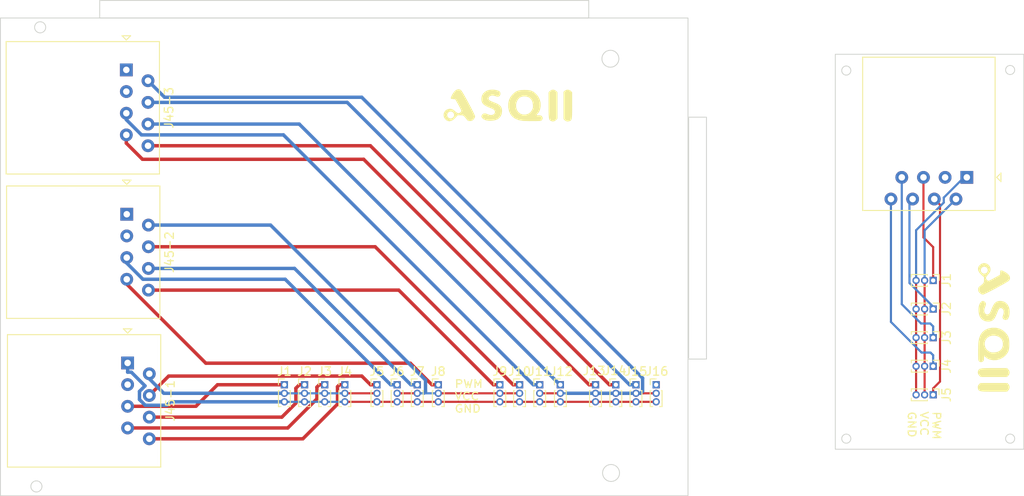
<source format=kicad_pcb>
(kicad_pcb (version 20240108) (generator "pcbnew") (generator_version "8.0")
  (layers (0 "F.Cu" signal) (31 "B.Cu" signal) (34 "B.Paste" user) (35 "F.Paste" user) (36 "B.SilkS" user "B.Silkscreen") (37 "F.SilkS" user "F.Silkscreen") (38 "B.Mask" user) (39 "F.Mask" user) (44 "Edge.Cuts" user))
  (net 0 "")
  (net 1 "Net-(J1-PWM)")
  (net 2 "Net-(J1-V+)")
  (net 3 "GND")
  (net 4 "Net-(J2-PWM)")
  (net 5 "Net-(J3-PWM)")
  (net 6 "Net-(J4-PWM)")
  (net 7 "Net-(J5-PWM)")
  (net 9 "Net-(J6-PWM)")
  (net 10 "Net-(J7-PWM)")
  (net 11 "Net-(J8-PWM)")
  (net 12 "Net-(J9-PWM)")
  (net 13 "Net-(J10-PWM)")
  (net 14 "Net-(J12-PWM)")
  (net 15 "Net-(J10-V+)")
  (net 16 "Net-(J11-V+)")
  (net 17 "Net-(J11-PWM)")
  (net 18 "Net-(J13-PWM)")
  (net 19 "Net-(J14-PWM)")
  (net 20 "Net-(J15-PWM)")
  (footprint "Connector_PinHeader_1.00mm:PinHeader_1x03_P1.00mm_Vertical" (layer "F.Cu") (at 158.49355 111.03105)
    (property "Reference" "J11" (at 0 -1.56 0) (layer "F.SilkS"))
    (property "Value" "Conn_01x03")
    (pad "1" thru_hole rect (at 0 0) (size 0.85 0.85) (drill 0.5) (layers "*.Cu" "*.Mask") (net 17 "Net-(J11-PWM)"))
    (pad "2" thru_hole oval (at 0 1) (size 0.85 0.85) (drill 0.5) (layers "*.Cu" "*.Mask") (net 16 "Net-(J11-V+)"))
    (pad "3" thru_hole oval (at 0 2) (size 0.85 0.85) (drill 0.5) (layers "*.Cu" "*.Mask") (net 3 "GND"))
  )
  (footprint "Connector_PinHeader_1.00mm:PinHeader_1x03_P1.00mm_Vertical" (layer "F.Cu") (at 204.5936 112.2088 -90)
    (property "Reference" "J5" (at 0 -1.56 90) (layer "F.SilkS"))
    (property "Value" "Conn_01x03" (hide yes))
    (pad "1" thru_hole rect (at 0 0 270) (size 0.85 0.85) (drill 0.5) (layers "*.Cu" "*.Mask") (net 7 "Net-(J5-PWM)"))
    (pad "2" thru_hole oval (at 0 1 270) (size 0.85 0.85) (drill 0.5) (layers "*.Cu" "*.Mask") (net 2 "Net-(J1-V+)"))
    (pad "3" thru_hole oval (at 0 2 270) (size 0.85 0.85) (drill 0.5) (layers "*.Cu" "*.Mask") (net 3 "GND"))
  )
  (footprint "Connector_PinHeader_1.00mm:PinHeader_1x03_P1.00mm_Vertical" (layer "F.Cu") (at 204.5936 108.8588 -90)
    (property "Reference" "J4" (at 0 -1.56 90) (layer "F.SilkS"))
    (property "Value" "Conn_01x03" (hide yes))
    (pad "1" thru_hole rect (at 0 0 270) (size 0.85 0.85) (drill 0.5) (layers "*.Cu" "*.Mask") (net 6 "Net-(J4-PWM)"))
    (pad "2" thru_hole oval (at 0 1 270) (size 0.85 0.85) (drill 0.5) (layers "*.Cu" "*.Mask") (net 2 "Net-(J1-V+)"))
    (pad "3" thru_hole oval (at 0 2 270) (size 0.85 0.85) (drill 0.5) (layers "*.Cu" "*.Mask") (net 3 "GND"))
  )
  (footprint "Connector_PinHeader_1.00mm:PinHeader_1x03_P1.00mm_Vertical" (layer "F.Cu") (at 141.78035 111.03105)
    (property "Reference" "J6" (at 0 -1.56 0) (layer "F.SilkS"))
    (property "Value" "Conn_01x03")
    (pad "1" thru_hole rect (at 0 0) (size 0.85 0.85) (drill 0.5) (layers "*.Cu" "*.Mask") (net 9 "Net-(J6-PWM)"))
    (pad "2" thru_hole oval (at 0 1) (size 0.85 0.85) (drill 0.5) (layers "*.Cu" "*.Mask") (net 15 "Net-(J10-V+)"))
    (pad "3" thru_hole oval (at 0 2) (size 0.85 0.85) (drill 0.5) (layers "*.Cu" "*.Mask") (net 3 "GND"))
  )
  (footprint "Connector_PinHeader_1.00mm:PinHeader_1x03_P1.00mm_Vertical" (layer "F.Cu") (at 135.65895 111.03105)
    (property "Reference" "J4" (at 0 -1.56 0) (layer "F.SilkS"))
    (property "Value" "Conn_01x03")
    (pad "1" thru_hole rect (at 0 0) (size 0.85 0.85) (drill 0.5) (layers "*.Cu" "*.Mask") (net 6 "Net-(J4-PWM)"))
    (pad "2" thru_hole oval (at 0 1) (size 0.85 0.85) (drill 0.5) (layers "*.Cu" "*.Mask") (net 2 "Net-(J1-V+)"))
    (pad "3" thru_hole oval (at 0 2) (size 0.85 0.85) (drill 0.5) (layers "*.Cu" "*.Mask") (net 3 "GND"))
  )
  (footprint "Connector_PinHeader_1.00mm:PinHeader_1x03_P1.00mm_Vertical" (layer "F.Cu") (at 144.14255 111.03105)
    (property "Reference" "J7" (at 0 -1.56 0) (layer "F.SilkS"))
    (property "Value" "Conn_01x03")
    (pad "1" thru_hole rect (at 0 0) (size 0.85 0.85) (drill 0.5) (layers "*.Cu" "*.Mask") (net 10 "Net-(J7-PWM)"))
    (pad "2" thru_hole oval (at 0 1) (size 0.85 0.85) (drill 0.5) (layers "*.Cu" "*.Mask") (net 15 "Net-(J10-V+)"))
    (pad "3" thru_hole oval (at 0 2) (size 0.85 0.85) (drill 0.5) (layers "*.Cu" "*.Mask") (net 3 "GND"))
  )
  (footprint "logos:asqii.logo" (layer "F.Cu") (at 154.94 78.3844)
    (property "Reference" "G***" (hide yes))
    (property "Value" "LOGO" (hide yes))
  )
  (footprint "Connector_PinHeader_1.00mm:PinHeader_1x03_P1.00mm_Vertical" (layer "F.Cu") (at 156.13135 111.03105)
    (property "Reference" "J10" (at 0 -1.56 0) (layer "F.SilkS"))
    (property "Value" "Conn_01x03")
    (pad "1" thru_hole rect (at 0 0) (size 0.85 0.85) (drill 0.5) (layers "*.Cu" "*.Mask") (net 13 "Net-(J10-PWM)"))
    (pad "2" thru_hole oval (at 0 1) (size 0.85 0.85) (drill 0.5) (layers "*.Cu" "*.Mask") (net 15 "Net-(J10-V+)"))
    (pad "3" thru_hole oval (at 0 2) (size 0.85 0.85) (drill 0.5) (layers "*.Cu" "*.Mask") (net 3 "GND"))
  )
  (footprint "Connector_RJ:RJ45_Amphenol_54602-x08_Horizontal" (layer "F.Cu") (at 110.20275 108.47575 -90)
    (property "Reference" "J45-1" (at 4.445 -5 90) (layer "F.SilkS"))
    (property "Value" "RJ45")
    (pad "" np_thru_hole circle (at -1.27 6.35 270) (size 3.2 3.2) (drill 3.2) (layers "F&B.Cu" "*.Mask"))
    (pad "" np_thru_hole circle (at 10.16 6.35 270) (size 3.2 3.2) (drill 3.2) (layers "F&B.Cu" "*.Mask"))
    (pad "1" thru_hole rect (at 0 0 270) (size 1.5 1.5) (drill 0.76) (layers "*.Cu" "*.Mask") (net 3 "GND"))
    (pad "2" thru_hole circle (at 1.27 -2.54 270) (size 1.5 1.5) (drill 0.76) (layers "*.Cu" "*.Mask") (net 2 "Net-(J1-V+)"))
    (pad "3" thru_hole circle (at 2.54 0 270) (size 1.5 1.5) (drill 0.76) (layers "*.Cu" "*.Mask"))
    (pad "4" thru_hole circle (at 3.81 -2.54 270) (size 1.5 1.5) (drill 0.76) (layers "*.Cu" "*.Mask") (net 7 "Net-(J5-PWM)"))
    (pad "5" thru_hole circle (at 5.08 0 270) (size 1.5 1.5) (drill 0.76) (layers "*.Cu" "*.Mask") (net 1 "Net-(J1-PWM)"))
    (pad "6" thru_hole circle (at 6.35 -2.54 270) (size 1.5 1.5) (drill 0.76) (layers "*.Cu" "*.Mask") (net 4 "Net-(J2-PWM)"))
    (pad "7" thru_hole circle (at 7.62 0 270) (size 1.5 1.5) (drill 0.76) (layers "*.Cu" "*.Mask") (net 5 "Net-(J3-PWM)"))
    (pad "8" thru_hole circle (at 8.89 -2.54 270) (size 1.5 1.5) (drill 0.76) (layers "*.Cu" "*.Mask") (net 6 "Net-(J4-PWM)"))
  )
  (footprint "Connector_RJ:RJ45_Amphenol_54602-x08_Horizontal" (layer "F.Cu") (at 110.10115 91.05135 -90)
    (property "Reference" "J45-2" (at 4.445 -5 90) (layer "F.SilkS"))
    (property "Value" "RJ45")
    (pad "" np_thru_hole circle (at -1.27 6.35 270) (size 3.2 3.2) (drill 3.2) (layers "F&B.Cu" "*.Mask"))
    (pad "" np_thru_hole circle (at 10.16 6.35 270) (size 3.2 3.2) (drill 3.2) (layers "F&B.Cu" "*.Mask"))
    (pad "1" thru_hole rect (at 0 0 270) (size 1.5 1.5) (drill 0.76) (layers "*.Cu" "*.Mask"))
    (pad "2" thru_hole circle (at 1.27 -2.54 270) (size 1.5 1.5) (drill 0.76) (layers "*.Cu" "*.Mask") (net 15 "Net-(J10-V+)"))
    (pad "3" thru_hole circle (at 2.54 0 270) (size 1.5 1.5) (drill 0.76) (layers "*.Cu" "*.Mask"))
    (pad "4" thru_hole circle (at 3.81 -2.54 270) (size 1.5 1.5) (drill 0.76) (layers "*.Cu" "*.Mask") (net 13 "Net-(J10-PWM)"))
    (pad "5" thru_hole circle (at 5.08 0 270) (size 1.5 1.5) (drill 0.76) (layers "*.Cu" "*.Mask") (net 9 "Net-(J6-PWM)"))
    (pad "6" thru_hole circle (at 6.35 -2.54 270) (size 1.5 1.5) (drill 0.76) (layers "*.Cu" "*.Mask") (net 10 "Net-(J7-PWM)"))
    (pad "7" thru_hole circle (at 7.62 0 270) (size 1.5 1.5) (drill 0.76) (layers "*.Cu" "*.Mask") (net 11 "Net-(J8-PWM)"))
    (pad "8" thru_hole circle (at 8.89 -2.54 270) (size 1.5 1.5) (drill 0.76) (layers "*.Cu" "*.Mask") (net 12 "Net-(J9-PWM)"))
  )
  (footprint "Connector_PinHeader_1.00mm:PinHeader_1x03_P1.00mm_Vertical" (layer "F.Cu") (at 146.60635 111.03105)
    (property "Reference" "J8" (at 0 -1.56 0) (layer "F.SilkS"))
    (property "Value" "Conn_01x03")
    (pad "1" thru_hole rect (at 0 0) (size 0.85 0.85) (drill 0.5) (layers "*.Cu" "*.Mask") (net 11 "Net-(J8-PWM)"))
    (pad "2" thru_hole oval (at 0 1) (size 0.85 0.85) (drill 0.5) (layers "*.Cu" "*.Mask") (net 15 "Net-(J10-V+)"))
    (pad "3" thru_hole oval (at 0 2) (size 0.85 0.85) (drill 0.5) (layers "*.Cu" "*.Mask") (net 3 "GND"))
  )
  (footprint "Connector_PinHeader_1.00mm:PinHeader_1x03_P1.00mm_Vertical" (layer "F.Cu") (at 139.41815 111.03105)
    (property "Reference" "J5" (at 0 -1.56 0) (layer "F.SilkS"))
    (property "Value" "Conn_01x03")
    (pad "1" thru_hole rect (at 0 0) (size 0.85 0.85) (drill 0.5) (layers "*.Cu" "*.Mask") (net 7 "Net-(J5-PWM)"))
    (pad "2" thru_hole oval (at 0 1) (size 0.85 0.85) (drill 0.5) (layers "*.Cu" "*.Mask") (net 2 "Net-(J1-V+)"))
    (pad "3" thru_hole oval (at 0 2) (size 0.85 0.85) (drill 0.5) (layers "*.Cu" "*.Mask") (net 3 "GND"))
  )
  (footprint "logos:asqii.logo" (layer "F.Cu") (at 211.62 104.49 -90)
    (property "Reference" "G***" (hide yes))
    (property "Value" "LOGO" (hide yes))
  )
  (footprint "Connector_PinHeader_1.00mm:PinHeader_1x03_P1.00mm_Vertical" (layer "F.Cu") (at 204.5936 98.8088 -90)
    (property "Reference" "J1" (at 0 -1.56 90) (layer "F.SilkS"))
    (property "Value" "Conn_01x03" (hide yes))
    (pad "1" thru_hole rect (at 0 0 270) (size 0.85 0.85) (drill 0.5) (layers "*.Cu" "*.Mask") (net 1 "Net-(J1-PWM)"))
    (pad "2" thru_hole oval (at 0 1 270) (size 0.85 0.85) (drill 0.5) (layers "*.Cu" "*.Mask") (net 2 "Net-(J1-V+)"))
    (pad "3" thru_hole oval (at 0 2 270) (size 0.85 0.85) (drill 0.5) (layers "*.Cu" "*.Mask") (net 3 "GND"))
  )
  (footprint "Connector_PinHeader_1.00mm:PinHeader_1x03_P1.00mm_Vertical" (layer "F.Cu") (at 204.5936 105.5088 -90)
    (property "Reference" "J3" (at 0 -1.56 90) (layer "F.SilkS"))
    (property "Value" "Conn_01x03" (hide yes))
    (pad "1" thru_hole rect (at 0 0 270) (size 0.85 0.85) (drill 0.5) (layers "*.Cu" "*.Mask") (net 5 "Net-(J3-PWM)"))
    (pad "2" thru_hole oval (at 0 1 270) (size 0.85 0.85) (drill 0.5) (layers "*.Cu" "*.Mask") (net 2 "Net-(J1-V+)"))
    (pad "3" thru_hole oval (at 0 2 270) (size 0.85 0.85) (drill 0.5) (layers "*.Cu" "*.Mask") (net 3 "GND"))
  )
  (footprint "Connector_PinHeader_1.00mm:PinHeader_1x03_P1.00mm_Vertical" (layer "F.Cu") (at 172.13335 111.03105)
    (property "Reference" "J16" (at 0.1016 -1.5748 0) (layer "F.SilkS"))
    (property "Value" "Conn_01x03")
    (pad "1" thru_hole rect (at 0 0) (size 0.85 0.85) (drill 0.5) (layers "*.Cu" "*.Mask"))
    (pad "2" thru_hole oval (at 0 1) (size 0.85 0.85) (drill 0.5) (layers "*.Cu" "*.Mask") (net 16 "Net-(J11-V+)"))
    (pad "3" thru_hole oval (at 0 2) (size 0.85 0.85) (drill 0.5) (layers "*.Cu" "*.Mask") (net 3 "GND"))
  )
  (footprint "Connector_PinHeader_1.00mm:PinHeader_1x03_P1.00mm_Vertical" (layer "F.Cu") (at 169.77115 111.03105)
    (property "Reference" "J15" (at 0 -1.56 0) (layer "F.SilkS"))
    (property "Value" "Conn_01x03")
    (pad "1" thru_hole rect (at 0 0) (size 0.85 0.85) (drill 0.5) (layers "*.Cu" "*.Mask") (net 20 "Net-(J15-PWM)"))
    (pad "2" thru_hole oval (at 0 1) (size 0.85 0.85) (drill 0.5) (layers "*.Cu" "*.Mask") (net 16 "Net-(J11-V+)"))
    (pad "3" thru_hole oval (at 0 2) (size 0.85 0.85) (drill 0.5) (layers "*.Cu" "*.Mask") (net 3 "GND"))
  )
  (footprint "Connector_PinHeader_1.00mm:PinHeader_1x03_P1.00mm_Vertical" (layer "F.Cu") (at 204.5936 102.1588 -90)
    (property "Reference" "J2" (at 0 -1.56 90) (layer "F.SilkS"))
    (property "Value" "Conn_01x03" (hide yes))
    (pad "1" thru_hole rect (at 0 0 270) (size 0.85 0.85) (drill 0.5) (layers "*.Cu" "*.Mask") (net 4 "Net-(J2-PWM)"))
    (pad "2" thru_hole oval (at 0 1 270) (size 0.85 0.85) (drill 0.5) (layers "*.Cu" "*.Mask") (net 2 "Net-(J1-V+)"))
    (pad "3" thru_hole oval (at 0 2 270) (size 0.85 0.85) (drill 0.5) (layers "*.Cu" "*.Mask") (net 3 "GND"))
  )
  (footprint "Connector_PinHeader_1.00mm:PinHeader_1x03_P1.00mm_Vertical" (layer "F.Cu") (at 128.57235 111.03105)
    (property "Reference" "J1" (at 0 -1.56 0) (layer "F.SilkS"))
    (property "Value" "Conn_01x03")
    (pad "1" thru_hole rect (at 0 0) (size 0.85 0.85) (drill 0.5) (layers "*.Cu" "*.Mask") (net 1 "Net-(J1-PWM)"))
    (pad "2" thru_hole oval (at 0 1) (size 0.85 0.85) (drill 0.5) (layers "*.Cu" "*.Mask") (net 2 "Net-(J1-V+)"))
    (pad "3" thru_hole oval (at 0 2) (size 0.85 0.85) (drill 0.5) (layers "*.Cu" "*.Mask") (net 3 "GND"))
  )
  (footprint "Connector_PinHeader_1.00mm:PinHeader_1x03_P1.00mm_Vertical" (layer "F.Cu") (at 160.90655 111.03105)
    (property "Reference" "J12" (at 0.127 -1.5494 0) (layer "F.SilkS"))
    (property "Value" "Conn_01x03")
    (pad "1" thru_hole rect (at 0 0) (size 0.85 0.85) (drill 0.5) (layers "*.Cu" "*.Mask") (net 14 "Net-(J12-PWM)"))
    (pad "2" thru_hole oval (at 0 1) (size 0.85 0.85) (drill 0.5) (layers "*.Cu" "*.Mask") (net 16 "Net-(J11-V+)"))
    (pad "3" thru_hole oval (at 0 2) (size 0.85 0.85) (drill 0.5) (layers "*.Cu" "*.Mask") (net 3 "GND"))
  )
  (footprint "Connector_PinHeader_1.00mm:PinHeader_1x03_P1.00mm_Vertical" (layer "F.Cu") (at 165.02975 111.03105)
    (property "Reference" "J13" (at -0.1608 -1.6256 0) (layer "F.SilkS"))
    (property "Value" "Conn_01x03")
    (pad "1" thru_hole rect (at 0 0) (size 0.85 0.85) (drill 0.5) (layers "*.Cu" "*.Mask") (net 18 "Net-(J13-PWM)"))
    (pad "2" thru_hole oval (at 0 1) (size 0.85 0.85) (drill 0.5) (layers "*.Cu" "*.Mask") (net 16 "Net-(J11-V+)"))
    (pad "3" thru_hole oval (at 0 2) (size 0.85 0.85) (drill 0.5) (layers "*.Cu" "*.Mask") (net 3 "GND"))
  )
  (footprint "Connector_PinHeader_1.00mm:PinHeader_1x03_P1.00mm_Vertical" (layer "F.Cu") (at 133.29675 111.03105)
    (property "Reference" "J3" (at 0 -1.56 0) (layer "F.SilkS"))
    (property "Value" "Conn_01x03")
    (pad "1" thru_hole rect (at 0 0) (size 0.85 0.85) (drill 0.5) (layers "*.Cu" "*.Mask") (net 5 "Net-(J3-PWM)"))
    (pad "2" thru_hole oval (at 0 1) (size 0.85 0.85) (drill 0.5) (layers "*.Cu" "*.Mask") (net 2 "Net-(J1-V+)"))
    (pad "3" thru_hole oval (at 0 2) (size 0.85 0.85) (drill 0.5) (layers "*.Cu" "*.Mask") (net 3 "GND"))
  )
  (footprint "Connector_PinHeader_1.00mm:PinHeader_1x03_P1.00mm_Vertical" (layer "F.Cu") (at 167.40895 111.03105)
    (property "Reference" "J14" (at -0.0762 -1.651 0) (layer "F.SilkS"))
    (property "Value" "Conn_01x03")
    (pad "1" thru_hole rect (at 0 0) (size 0.85 0.85) (drill 0.5) (layers "*.Cu" "*.Mask") (net 19 "Net-(J14-PWM)"))
    (pad "2" thru_hole oval (at 0 1) (size 0.85 0.85) (drill 0.5) (layers "*.Cu" "*.Mask") (net 16 "Net-(J11-V+)"))
    (pad "3" thru_hole oval (at 0 2) (size 0.85 0.85) (drill 0.5) (layers "*.Cu" "*.Mask") (net 3 "GND"))
  )
  (footprint "Connector_PinHeader_1.00mm:PinHeader_1x03_P1.00mm_Vertical" (layer "F.Cu") (at 153.81995 111.03105)
    (property "Reference" "J9" (at 0 -1.56 0) (layer "F.SilkS"))
    (property "Value" "Conn_01x03")
    (pad "1" thru_hole rect (at 0 0) (size 0.85 0.85) (drill 0.5) (layers "*.Cu" "*.Mask") (net 12 "Net-(J9-PWM)"))
    (pad "2" thru_hole oval (at 0 1) (size 0.85 0.85) (drill 0.5) (layers "*.Cu" "*.Mask") (net 15 "Net-(J10-V+)"))
    (pad "3" thru_hole oval (at 0 2) (size 0.85 0.85) (drill 0.5) (layers "*.Cu" "*.Mask") (net 3 "GND"))
  )
  (footprint "Connector_RJ:RJ45_Amphenol_54602-x08_Horizontal" (layer "F.Cu") (at 110.05035 74.13495 -90)
    (property "Reference" "J45-3" (at 4.445 -5 90) (layer "F.SilkS"))
    (property "Value" "RJ45")
    (pad "" np_thru_hole circle (at -1.27 6.35 270) (size 3.2 3.2) (drill 3.2) (layers "F&B.Cu" "*.Mask"))
    (pad "" np_thru_hole circle (at 10.16 6.35 270) (size 3.2 3.2) (drill 3.2) (layers "F&B.Cu" "*.Mask"))
    (pad "1" thru_hole rect (at 0 0 270) (size 1.5 1.5) (drill 0.76) (layers "*.Cu" "*.Mask"))
    (pad "2" thru_hole circle (at 1.27 -2.54 270) (size 1.5 1.5) (drill 0.76) (layers "*.Cu" "*.Mask") (net 16 "Net-(J11-V+)"))
    (pad "3" thru_hole circle (at 2.54 0 270) (size 1.5 1.5) (drill 0.76) (layers "*.Cu" "*.Mask"))
    (pad "4" thru_hole circle (at 3.81 -2.54 270) (size 1.5 1.5) (drill 0.76) (layers "*.Cu" "*.Mask") (net 20 "Net-(J15-PWM)"))
    (pad "5" thru_hole circle (at 5.08 0 270) (size 1.5 1.5) (drill 0.76) (layers "*.Cu" "*.Mask") (net 17 "Net-(J11-PWM)"))
    (pad "6" thru_hole circle (at 6.35 -2.54 270) (size 1.5 1.5) (drill 0.76) (layers "*.Cu" "*.Mask") (net 14 "Net-(J12-PWM)"))
    (pad "7" thru_hole circle (at 7.62 0 270) (size 1.5 1.5) (drill 0.76) (layers "*.Cu" "*.Mask") (net 18 "Net-(J13-PWM)"))
    (pad "8" thru_hole circle (at 8.89 -2.54 270) (size 1.5 1.5) (drill 0.76) (layers "*.Cu" "*.Mask") (net 19 "Net-(J14-PWM)"))
  )
  (footprint "Connector_RJ:RJ45_Amphenol_54602-x08_Horizontal" (layer "F.Cu") (at 208.5365 86.73 180)
    (property "Reference" "J45-1" (hide yes))
    (property "Value" "RJ45")
    (pad "" np_thru_hole circle (at -1.27 6.35 180) (size 3.2 3.2) (drill 3.2) (layers "*.Cu" "*.Mask"))
    (pad "" np_thru_hole circle (at 10.16 6.35 180) (size 3.2 3.2) (drill 3.2) (layers "*.Cu" "*.Mask"))
    (pad "1" thru_hole rect (at 0 0 180) (size 1.5 1.5) (drill 0.76) (layers "*.Cu" "*.Mask") (net 3 "GND"))
    (pad "2" thru_hole circle (at 1.27 -2.54 180) (size 1.5 1.5) (drill 0.76) (layers "*.Cu" "*.Mask") (net 2 "Net-(J1-V+)"))
    (pad "3" thru_hole circle (at 2.54 0 180) (size 1.5 1.5) (drill 0.76) (layers "*.Cu" "*.Mask"))
    (pad "4" thru_hole circle (at 3.81 -2.54 180) (size 1.5 1.5) (drill 0.76) (layers "*.Cu" "*.Mask") (net 7 "Net-(J5-PWM)"))
    (pad "5" thru_hole circle (at 5.08 0 180) (size 1.5 1.5) (drill 0.76) (layers "*.Cu" "*.Mask") (net 1 "Net-(J1-PWM)"))
    (pad "6" thru_hole circle (at 6.35 -2.54 180) (size 1.5 1.5) (drill 0.76) (layers "*.Cu" "*.Mask") (net 4 "Net-(J2-PWM)"))
    (pad "7" thru_hole circle (at 7.62 0 180) (size 1.5 1.5) (drill 0.76) (layers "*.Cu" "*.Mask") (net 5 "Net-(J3-PWM)"))
    (pad "8" thru_hole circle (at 8.89 -2.54 180) (size 1.5 1.5) (drill 0.76) (layers "*.Cu" "*.Mask") (net 6 "Net-(J4-PWM)"))
  )
  (footprint "Connector_PinHeader_1.00mm:PinHeader_1x03_P1.00mm_Vertical" (layer "F.Cu") (at 130.93455 111.03105)
    (property "Reference" "J2" (at 0 -1.56 0) (layer "F.SilkS"))
    (property "Value" "Conn_01x03")
    (pad "1" thru_hole rect (at 0 0) (size 0.85 0.85) (drill 0.5) (layers "*.Cu" "*.Mask") (net 4 "Net-(J2-PWM)"))
    (pad "2" thru_hole oval (at 0 1) (size 0.85 0.85) (drill 0.5) (layers "*.Cu" "*.Mask") (net 2 "Net-(J1-V+)"))
    (pad "3" thru_hole oval (at 0 2) (size 0.85 0.85) (drill 0.5) (layers "*.Cu" "*.Mask") (net 3 "GND"))
  )
  (gr_circle (center 166.85015 121.36885) (end 167.84075 121.41965) (stroke (width 0.1)) (fill none) (layer "Edge.Cuts"))
  (gr_circle (center 213.614 117.348) (end 213.1314 117.5766) (stroke (width 0.1)) (fill none) (layer "Edge.Cuts"))
  (gr_circle (center 166.77395 72.82945) (end 167.76455 72.88025) (stroke (width 0.1)) (fill none) (layer "Edge.Cuts"))
  (gr_rect (start 95.29835 68.05425) (end 175.86715 124.03585) (stroke (width 0.1)) (fill none) (layer "Edge.Cuts"))
  (gr_rect (start 175.9458 79.6798) (end 178.0286 108.0262) (stroke (width 0.1)) (fill none) (layer "Edge.Cuts"))
  (gr_rect (start 106.93155 65.99685) (end 164.23395 68.05425) (stroke (width 0.1)) (fill none) (layer "Edge.Cuts"))
  (gr_circle (center 99.953919 69.14645) (end 100.588919 68.99405) (stroke (width 0.1)) (fill none) (layer "Edge.Cuts"))
  (gr_circle (center 194.414 117.348) (end 193.9314 117.5766) (stroke (width 0.1)) (fill none) (layer "Edge.Cuts"))
  (gr_circle (center 194.414 74.213996) (end 193.9314 74.442596) (stroke (width 0.1)) (fill none) (layer "Edge.Cuts"))
  (gr_rect (start 193.1288 72.3082) (end 215.2108 118.587) (stroke (width 0.1)) (fill none) (layer "Edge.Cuts"))
  (gr_circle (center 99.51475 122.94365) (end 100.14975 122.79125) (stroke (width 0.1)) (fill none) (layer "Edge.Cuts"))
  (gr_circle (center 213.614 74.148) (end 213.1314 74.3766) (stroke (width 0.1)) (fill none) (layer "Edge.Cuts"))
  (gr_text "PWM\nVCC\nGND\n" (at 201.5616 114.0658 -90) (layer "F.SilkS") (effects (font (size 0.9 1)) (justify left bottom)))
  (gr_text "PWM\nVCC\nGND" (at 148.43515 114.35845 0) (layer "F.SilkS") (effects (font (size 0.9 1)) (justify left bottom)))
  (segment (start 110.20275 113.55575) (end 118.20535 113.55575) (width 0.4) (layer "F.Cu") (net 1))
  (segment (start 204.5936 98.8088) (end 204.5936 94.9037) (width 0.25) (layer "F.Cu") (net 1))
  (segment (start 118.20535 113.55575) (end 120.73005 111.03105) (width 0.4) (layer "F.Cu") (net 1))
  (segment (start 120.73005 111.03105) (end 128.57235 111.03105) (width 0.4) (layer "F.Cu") (net 1))
  (segment (start 203.4565 93.7666) (end 203.4565 86.73) (width 0.25) (layer "F.Cu") (net 1))
  (segment (start 204.5936 94.9037) (end 203.4565 93.7666) (width 0.25) (layer "F.Cu") (net 1))
  (segment (start 203.5936 102.1588) (end 203.5936 105.5088) (width 0.25) (layer "F.Cu") (net 2))
  (segment (start 203.5936 108.8588) (end 203.5936 112.2088) (width 0.25) (layer "F.Cu") (net 2))
  (segment (start 203.5936 105.5088) (end 203.5936 108.8588) (width 0.25) (layer "F.Cu") (net 2))
  (segment (start 203.5936 98.8088) (end 203.5936 102.1588) (width 0.25) (layer "F.Cu") (net 2))
  (segment (start 135.65895 112.03105) (end 139.41815 112.03105) (width 0.25) (layer "F.Cu") (net 2))
  (segment (start 133.29675 112.03105) (end 130.93455 112.03105) (width 0.25) (layer "B.Cu") (net 2))
  (segment (start 128.57235 112.03105) (end 130.93455 112.03105) (width 0.25) (layer "B.Cu") (net 2))
  (segment (start 135.65895 112.03105) (end 133.29675 112.03105) (width 0.25) (layer "B.Cu") (net 2))
  (segment (start 114.44335 112.03105) (end 112.74275 110.33045) (width 0.4) (layer "B.Cu") (net 2))
  (segment (start 203.5936 92.9429) (end 207.2665 89.27) (width 0.25) (layer "B.Cu") (net 2))
  (segment (start 203.5936 98.8088) (end 203.5936 92.9429) (width 0.25) (layer "B.Cu") (net 2))
  (segment (start 128.57235 112.03105) (end 114.44335 112.03105) (width 0.4) (layer "B.Cu") (net 2))
  (segment (start 112.74275 110.33045) (end 112.74275 109.74575) (width 0.4) (layer "B.Cu") (net 2))
  (segment (start 144.14255 113.03105) (end 146.60635 113.03105) (width 0.25) (layer "F.Cu") (net 3))
  (segment (start 160.90655 113.03105) (end 165.02975 113.03105) (width 0.25) (layer "F.Cu") (net 3))
  (segment (start 139.41815 113.03105) (end 141.78035 113.03105) (width 0.25) (layer "F.Cu") (net 3))
  (segment (start 146.60635 113.03105) (end 153.81995 113.03105) (width 0.25) (layer "F.Cu") (net 3))
  (segment (start 202.5936 102.1588) (end 202.5936 105.5088) (width 0.25) (layer "F.Cu") (net 3))
  (segment (start 202.5936 108.8588) (end 202.5936 112.2088) (width 0.25) (layer "F.Cu") (net 3))
  (segment (start 202.5936 105.5088) (end 202.5936 108.8588) (width 0.25) (layer "F.Cu") (net 3))
  (segment (start 156.13135 113.03105) (end 153.81995 113.03105) (width 0.25) (layer "F.Cu") (net 3))
  (segment (start 158.49355 113.03105) (end 160.90655 113.03105) (width 0.25) (layer "F.Cu") (net 3))
  (segment (start 165.02975 113.03105) (end 167.40895 113.03105) (width 0.25) (layer "F.Cu") (net 3))
  (segment (start 167.40895 113.03105) (end 169.77115 113.03105) (width 0.25) (layer "F.Cu") (net 3))
  (segment (start 169.77115 113.03105) (end 172.13335 113.03105) (width 0.25) (layer "F.Cu") (net 3))
  (segment (start 135.65895 113.03105) (end 139.41815 113.03105) (width 0.25) (layer "F.Cu") (net 3))
  (segment (start 202.5936 98.8088) (end 202.5936 102.1588) (width 0.25) (layer "F.Cu") (net 3))
  (segment (start 158.49355 113.03105) (end 156.13135 113.03105) (width 0.25) (layer "F.Cu") (net 3))
  (segment (start 144.14255 113.03105) (end 141.78035 113.03105) (width 0.25) (layer "F.Cu") (net 3))
  (segment (start 111.59275 111.809404) (end 112.239877 111.162277) (width 0.4) (layer "B.Cu") (net 3))
  (segment (start 112.239877 111.162277) (end 110.63025 109.55265) (width 0.4) (layer "B.Cu") (net 3))
  (segment (start 208.2102 86.73) (end 208.5365 86.73) (width 0.25) (layer "B.Cu") (net 3))
  (segment (start 130.93455 113.03105) (end 128.57235 113.03105) (width 0.25) (layer "B.Cu") (net 3))
  (segment (start 133.29675 113.03105) (end 135.65895 113.03105) (width 0.25) (layer "B.Cu") (net 3))
  (segment (start 205.8372 89.103) (end 208.2102 86.73) (width 0.25) (layer "B.Cu") (net 3))
  (segment (start 205.8372 89.6823) (end 205.8372 89.103) (width 0.25) (layer "B.Cu") (net 3))
  (segment (start 110.63025 109.55265) (end 110.20275 109.55265) (width 0.4) (layer "B.Cu") (net 3))
  (segment (start 202.5936 92.9259) (end 205.8372 89.6823) (width 0.25) (layer "B.Cu") (net 3))
  (segment (start 128.57235 113.03105) (end 115.20115 113.03105) (width 0.4) (layer "B.Cu") (net 3))
  (segment (start 115.20115 113.03105) (end 114.79645 113.43575) (width 0.4) (layer "B.Cu") (net 3))
  (segment (start 202.5936 98.8088) (end 202.5936 92.9259) (width 0.25) (layer "B.Cu") (net 3))
  (segment (start 130.93455 113.03105) (end 133.29675 113.03105) (width 0.25) (layer "B.Cu") (net 3))
  (segment (start 111.59275 112.762096) (end 111.59275 111.809404) (width 0.4) (layer "B.Cu") (net 3))
  (segment (start 110.20275 109.55265) (end 110.20275 108.47575) (width 0.4) (layer "B.Cu") (net 3))
  (segment (start 114.79645 113.43575) (end 112.266404 113.43575) (width 0.4) (layer "B.Cu") (net 3))
  (segment (start 112.266404 113.43575) (end 111.59275 112.762096) (width 0.4) (layer "B.Cu") (net 3))
  (segment (start 130.32495 111.03105) (end 129.91855 111.43745) (width 0.4) (layer "F.Cu") (net 4))
  (segment (start 130.93455 111.03105) (end 130.32495 111.03105) (width 0.4) (layer "F.Cu") (net 4))
  (segment (start 128.27665 114.82575) (end 112.74275 114.82575) (width 0.4) (layer "F.Cu") (net 4))
  (segment (start 129.91855 111.43745) (end 129.91855 113.18385) (width 0.4) (layer "F.Cu") (net 4))
  (segment (start 129.91855 113.18385) (end 128.27665 114.82575) (width 0.4) (layer "F.Cu") (net 4))
  (segment (start 201.8173 89.6392) (end 202.1865 89.27) (width 0.25) (layer "B.Cu") (net 4))
  (segment (start 204.5936 101.8842) (end 201.8173 99.1079) (width 0.25) (layer "B.Cu") (net 4))
  (segment (start 201.8173 99.1079) (end 201.8173 89.6392) (width 0.25) (layer "B.Cu") (net 4))
  (segment (start 204.5936 102.1588) (end 204.5936 101.8842) (width 0.25) (layer "B.Cu") (net 4))
  (segment (start 110.20275 116.09575) (end 128.97035 116.09575) (width 0.4) (layer "F.Cu") (net 5))
  (segment (start 132.66175 111.03105) (end 133.29675 111.03105) (width 0.4) (layer "F.Cu") (net 5))
  (segment (start 132.38235 111.31045) (end 132.66175 111.03105) (width 0.4) (layer "F.Cu") (net 5))
  (segment (start 128.97035 116.09575) (end 132.38235 112.68375) (width 0.4) (layer "F.Cu") (net 5))
  (segment (start 132.38235 112.68375) (end 132.38235 111.31045) (width 0.4) (layer "F.Cu") (net 5))
  (segment (start 204.254 103.855) (end 204.5936 104.1946) (width 0.25) (layer "B.Cu") (net 5))
  (segment (start 204.5936 104.1946) (end 204.5936 105.5088) (width 0.25) (layer "B.Cu") (net 5))
  (segment (start 200.9165 101.5896) (end 200.9165 86.73) (width 0.25) (layer "B.Cu") (net 5))
  (segment (start 203.1819 103.855) (end 200.9165 101.5896) (width 0.25) (layer "B.Cu") (net 5))
  (segment (start 204.254 103.855) (end 203.1819 103.855) (width 0.25) (layer "B.Cu") (net 5))
  (segment (start 134.79535 113.30705) (end 134.79535 111.25965) (width 0.4) (layer "F.Cu") (net 6))
  (segment (start 130.73665 117.36575) (end 134.79535 113.30705) (width 0.4) (layer "F.Cu") (net 6))
  (segment (start 135.02395 111.03105) (end 135.65895 111.03105) (width 0.4) (layer "F.Cu") (net 6))
  (segment (start 134.79535 111.25965) (end 135.02395 111.03105) (width 0.4) (layer "F.Cu") (net 6))
  (segment (start 112.74275 117.36575) (end 130.73665 117.36575) (width 0.4) (layer "F.Cu") (net 6))
  (segment (start 199.6465 103.6696) (end 199.6465 89.27) (width 0.25) (layer "B.Cu") (net 6))
  (segment (start 204.2794 107.2586) (end 203.2355 107.2586) (width 0.25) (layer "B.Cu") (net 6))
  (segment (start 204.5936 108.8588) (end 204.5936 107.5728) (width 0.25) (layer "B.Cu") (net 6))
  (segment (start 203.2355 107.2586) (end 199.6465 103.6696) (width 0.25) (layer "B.Cu") (net 6))
  (segment (start 204.5936 107.5728) (end 204.2794 107.2586) (width 0.25) (layer "B.Cu") (net 6))
  (segment (start 205.3969 89.9404) (end 204.7265 89.27) (width 0.25) (layer "F.Cu") (net 7))
  (segment (start 138.66625 111.03105) (end 139.41815 111.03105) (width 0.4) (layer "F.Cu") (net 7))
  (segment (start 137.6476 110.0124) (end 138.66625 111.03105) (width 0.4) (layer "F.Cu") (net 7))
  (segment (start 204.5936 112.2088) (end 204.5936 111.4569) (width 0.25) (layer "F.Cu") (net 7))
  (segment (start 205.3969 110.6536) (end 205.3969 89.9404) (width 0.25) (layer "F.Cu") (net 7))
  (segment (start 204.5936 111.4569) (end 205.3969 110.6536) (width 0.25) (layer "F.Cu") (net 7))
  (segment (start 112.74275 112.28575) (end 115.0161 110.0124) (width 0.4) (layer "F.Cu") (net 7))
  (segment (start 115.0161 110.0124) (end 137.6476 110.0124) (width 0.4) (layer "F.Cu") (net 7))
  (segment (start 110.10115 96.77355) (end 111.99895 98.67135) (width 0.4) (layer "B.Cu") (net 9))
  (segment (start 110.10115 96.13135) (end 110.10115 96.77355) (width 0.4) (layer "B.Cu") (net 9))
  (segment (start 141.02845 111.03105) (end 141.78035 111.03105) (width 0.4) (layer "B.Cu") (net 9))
  (segment (start 111.99895 98.67135) (end 128.66875 98.67135) (width 0.4) (layer "B.Cu") (net 9))
  (segment (start 128.66875 98.67135) (end 141.02845 111.03105) (width 0.4) (layer "B.Cu") (net 9))
  (segment (start 112.64115 97.40135) (end 129.76095 97.40135) (width 0.4) (layer "B.Cu") (net 10))
  (segment (start 144.14255 111.03105) (end 143.39065 111.03105) (width 0.4) (layer "B.Cu") (net 10))
  (segment (start 129.76095 97.40135) (end 143.39065 111.03105) (width 0.4) (layer "B.Cu") (net 10))
  (segment (start 119.3668 108.50405) (end 143.32745 108.50405) (width 0.4) (layer "F.Cu") (net 11))
  (segment (start 110.10115 98.67135) (end 110.10115 99.2384) (width 0.4) (layer "F.Cu") (net 11))
  (segment (start 143.32745 108.50405) (end 145.85445 111.03105) (width 0.4) (layer "F.Cu") (net 11))
  (segment (start 110.10115 99.2384) (end 119.3668 108.50405) (width 0.4) (layer "F.Cu") (net 11))
  (segment (start 145.85445 111.03105) (end 146.60635 111.03105) (width 0.4) (layer "F.Cu") (net 11))
  (segment (start 153.81995 111.03105) (end 153.06805 111.03105) (width 0.4) (layer "F.Cu") (net 12))
  (segment (start 112.64115 99.94135) (end 141.97835 99.94135) (width 0.4) (layer "F.Cu") (net 12))
  (segment (start 141.97835 99.94135) (end 153.06805 111.03105) (width 0.4) (layer "F.Cu") (net 12))
  (segment (start 139.20975 94.86135) (end 155.37945 111.03105) (width 0.4) (layer "F.Cu") (net 13))
  (segment (start 112.64115 94.86135) (end 139.20975 94.86135) (width 0.4) (layer "F.Cu") (net 13))
  (segment (start 156.13135 111.03105) (end 155.37945 111.03105) (width 0.4) (layer "F.Cu") (net 13))
  (segment (start 112.59035 80.48495) (end 130.31255 80.48495) (width 0.4) (layer "B.Cu") (net 14))
  (segment (start 130.31255 80.48495) (end 160.85865 111.03105) (width 0.4) (layer "B.Cu") (net 14))
  (segment (start 160.85865 111.03105) (end 160.90655 111.03105) (width 0.4) (layer "B.Cu") (net 14))
  (segment (start 156.13135 112.03105) (end 153.81995 112.03105) (width 0.25) (layer "F.Cu") (net 15))
  (segment (start 153.81995 112.03105) (end 146.60635 112.03105) (width 0.25) (layer "F.Cu") (net 15))
  (segment (start 144.14255 112.03105) (end 141.78035 112.03105) (width 0.25) (layer "F.Cu") (net 15))
  (segment (start 145.10775 110.48025) (end 126.94885 92.32135) (width 0.4) (layer "B.Cu") (net 15))
  (segment (start 144.89445 112.03105) (end 145.10775 111.81775) (width 0.4) (layer "B.Cu") (net 15))
  (segment (start 126.94885 92.32135) (end 112.64115 92.32135) (width 0.4) (layer "B.Cu") (net 15))
  (segment (start 144.14255 112.03105) (end 144.51855 112.03105) (width 0.25) (layer "B.Cu") (net 15))
  (segment (start 144.51855 112.03105) (end 144.89445 112.03105) (width 0.25) (layer "B.Cu") (net 15))
  (segment (start 145.10775 111.81775) (end 145.10775 110.48025) (width 0.4) (layer "B.Cu") (net 15))
  (segment (start 144.89445 112.03105) (end 146.60635 112.03105) (width 0.25) (layer "B.Cu") (net 15))
  (segment (start 165.02975 112.03105) (end 167.40895 112.03105) (width 0.25) (layer "F.Cu") (net 16))
  (segment (start 158.49355 112.03105) (end 160.90655 112.03105) (width 0.25) (layer "F.Cu") (net 16))
  (segment (start 169.77115 112.03105) (end 172.13335 112.03105) (width 0.25) (layer "F.Cu") (net 16))
  (segment (start 167.40895 112.03105) (end 169.77115 112.03105) (width 0.25) (layer "F.Cu") (net 16))
  (segment (start 137.63505 77.34495) (end 170.54615 110.25605) (width 0.4) (layer "B.Cu") (net 16))
  (segment (start 170.32115 112.03105) (end 161.65845 112.03105) (width 0.4) (layer "B.Cu") (net 16))
  (segment (start 161.65845 112.03105) (end 164.27785 112.03105) (width 0.25) (layer "B.Cu") (net 16))
  (segment (start 165.02975 112.03105) (end 164.27785 112.03105) (width 0.25) (layer "B.Cu") (net 16))
  (segment (start 112.59035 75.40495) (end 114.53035 77.34495) (width 0.4) (layer "B.Cu") (net 16))
  (segment (start 114.53035 77.34495) (end 137.63505 77.34495) (width 0.4) (layer "B.Cu") (net 16))
  (segment (start 170.54615 111.80605) (end 170.32115 112.03105) (width 0.4) (layer "B.Cu") (net 16))
  (segment (start 170.54615 110.25605) (end 170.54615 111.80605) (width 0.4) (layer "B.Cu") (net 16))
  (segment (start 160.90655 112.03105) (end 161.65845 112.03105) (width 0.25) (layer "B.Cu") (net 16))
  (segment (start 110.05035 79.97275) (end 111.83255 81.75495) (width 0.4) (layer "B.Cu") (net 17))
  (segment (start 110.05035 79.21495) (end 110.05035 79.97275) (width 0.4) (layer "B.Cu") (net 17))
  (segment (start 157.74165 111.03105) (end 158.49355 111.03105) (width 0.4) (layer "B.Cu") (net 17))
  (segment (start 128.46555 81.75495) (end 157.74165 111.03105) (width 0.4) (layer "B.Cu") (net 17))
  (segment (start 111.83255 81.75495) (end 128.46555 81.75495) (width 0.4) (layer "B.Cu") (net 17))
  (segment (start 111.94135 84.61375) (end 137.86055 84.61375) (width 0.4) (layer "F.Cu") (net 18))
  (segment (start 110.05035 81.75495) (end 110.05035 82.72275) (width 0.4) (layer "F.Cu") (net 18))
  (segment (start 164.27785 111.03105) (end 165.02975 111.03105) (width 0.4) (layer "F.Cu") (net 18))
  (segment (start 137.86055 84.61375) (end 164.27785 111.03105) (width 0.4) (layer "F.Cu") (net 18))
  (segment (start 110.05035 82.72275) (end 111.94135 84.61375) (width 0.4) (layer "F.Cu") (net 18))
  (segment (start 167.40895 111.03105) (end 166.65705 111.03105) (width 0.4) (layer "F.Cu") (net 19))
  (segment (start 138.65095 83.02495) (end 166.65705 111.03105) (width 0.4) (layer "F.Cu") (net 19))
  (segment (start 112.59035 83.02495) (end 138.65095 83.02495) (width 0.4) (layer "F.Cu") (net 19))
  (segment (start 112.59035 77.94495) (end 135.93315 77.94495) (width 0.4) (layer "B.Cu") (net 20))
  (segment (start 135.93315 77.94495) (end 169.01925 111.03105) (width 0.4) (layer "B.Cu") (net 20))
  (segment (start 169.77115 111.03105) (end 169.01925 111.03105) (width 0.4) (layer "B.Cu") (net 20))
)
</source>
